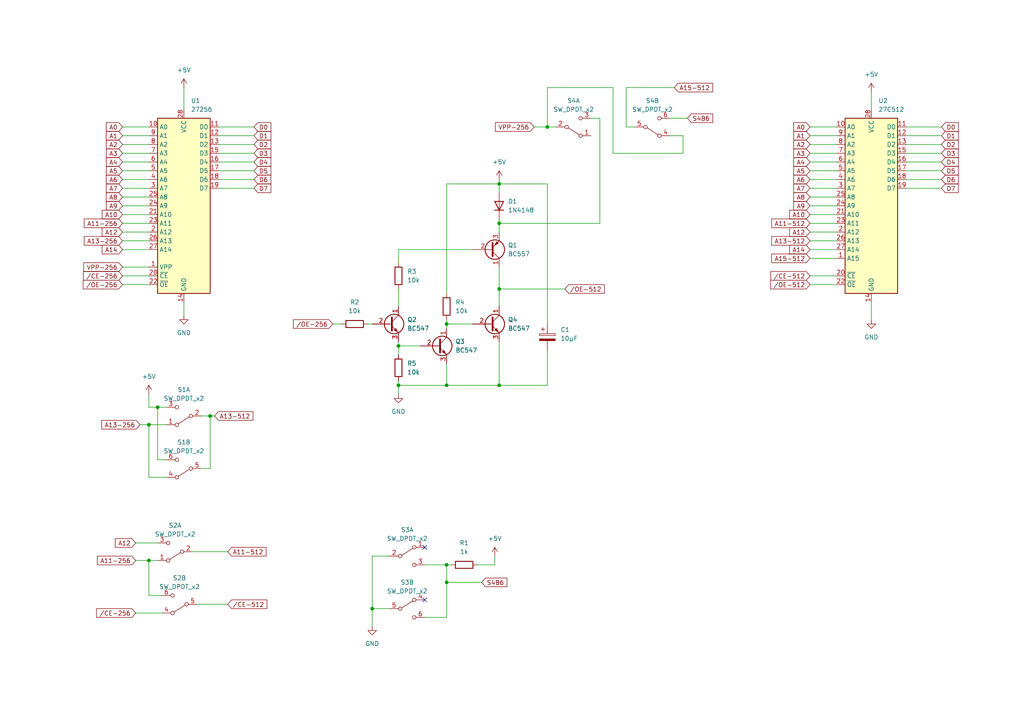
<source format=kicad_sch>
(kicad_sch (version 20211123) (generator eeschema)
  (paper "A4")
  (lib_symbols
    (symbol "Device:C_Polarized" (pin_numbers hide) (pin_names (offset 0.254))
      (property "Reference" "C" (at 0.635 2.54 0))
      (property "Value" "C_Polarized" (at 0.635 -2.54 0))
      (symbol "C_Polarized_0_1"
        (rectangle (start -2.286 0.508) (end 2.286 1.016))
        (polyline (pts (xy -1.778 2.286) (xy -0.762 2.286)))
        (polyline (pts (xy -1.27 2.794) (xy -1.27 1.778)))
        (rectangle (start 2.286 -0.508) (end -2.286 -1.016) (fill (type outline)))
      )
      (symbol "C_Polarized_1_1"
        (pin passive line (at 0 3.81 270) (length 2.794) (name "~") (number "1"))
        (pin passive line (at 0 -3.81 90) (length 2.794) (name "~") (number "2"))
      )
    )
    (symbol "Device:R" (pin_numbers hide) (pin_names (offset 0))
      (property "Reference" "R" (at 2.032 0 90))
      (property "Value" "R" (at 0 0 90))
      (symbol "R_0_1"
        (rectangle (start -1.016 -2.54) (end 1.016 2.54) (stroke (width 0.254)))
      )
      (symbol "R_1_1"
        (pin passive line (at 0 3.81 270) (length 1.27) (name "~") (number "1"))
        (pin passive line (at 0 -3.81 90) (length 1.27) (name "~") (number "2"))
      )
    )
    (symbol "Diode:1N4148" (pin_numbers hide) (pin_names (offset 1.016) hide)
      (property "Reference" "D" (at 0 2.54 0))
      (property "Value" "1N4148" (at 0 -2.54 0))
      (symbol "1N4148_0_1"
        (polyline (pts (xy -1.27 1.27) (xy -1.27 -1.27)) (stroke (width 0.254)))
        (polyline (pts (xy 1.27 0) (xy -1.27 0)))
        (polyline (pts (xy 1.27 1.27) (xy 1.27 -1.27) (xy -1.27 0) (xy 1.27 1.27)) (stroke (width 0.254)))
      )
      (symbol "1N4148_1_1"
        (pin passive line (at -3.81 0 0) (length 2.54) (name "K") (number "1"))
        (pin passive line (at 3.81 0 180) (length 2.54) (name "A") (number "2"))
      )
    )
    (symbol "Memory_EPROM:27256"
      (property "Reference" "U" (at -7.62 26.67 0))
      (property "Value" "27256" (at 2.54 -26.67 0))
      (symbol "27256_1_1"
        (rectangle (start -7.62 25.4) (end 7.62 -25.4) (stroke (width 0.254)) (fill (type background)))
        (pin input line (at -10.16 -17.78 0) (length 2.54) (name "VPP") (number "1"))
        (pin input line (at -10.16 22.86 0) (length 2.54) (name "A0") (number "10"))
        (pin tri_state line (at 10.16 22.86 180) (length 2.54) (name "D0") (number "11"))
        (pin tri_state line (at 10.16 20.32 180) (length 2.54) (name "D1") (number "12"))
        (pin tri_state line (at 10.16 17.78 180) (length 2.54) (name "D2") (number "13"))
        (pin power_in line (at 0 -27.94 90) (length 2.54) (name "GND") (number "14"))
        (pin tri_state line (at 10.16 15.24 180) (length 2.54) (name "D3") (number "15"))
        (pin tri_state line (at 10.16 12.7 180) (length 2.54) (name "D4") (number "16"))
        (pin tri_state line (at 10.16 10.16 180) (length 2.54) (name "D5") (number "17"))
        (pin tri_state line (at 10.16 7.62 180) (length 2.54) (name "D6") (number "18"))
        (pin tri_state line (at 10.16 5.08 180) (length 2.54) (name "D7") (number "19"))
        (pin input line (at -10.16 -7.62 0) (length 2.54) (name "A12") (number "2"))
        (pin input line (at -10.16 -20.32 0) (length 2.54) (name "~{CE}") (number "20"))
        (pin input line (at -10.16 -2.54 0) (length 2.54) (name "A10") (number "21"))
        (pin input line (at -10.16 -22.86 0) (length 2.54) (name "~{OE}") (number "22"))
        (pin input line (at -10.16 -5.08 0) (length 2.54) (name "A11") (number "23"))
        (pin input line (at -10.16 0 0) (length 2.54) (name "A9") (number "24"))
        (pin input line (at -10.16 2.54 0) (length 2.54) (name "A8") (number "25"))
        (pin input line (at -10.16 -10.16 0) (length 2.54) (name "A13") (number "26"))
        (pin input line (at -10.16 -12.7 0) (length 2.54) (name "A14") (number "27"))
        (pin power_in line (at 0 27.94 270) (length 2.54) (name "VCC") (number "28"))
        (pin input line (at -10.16 5.08 0) (length 2.54) (name "A7") (number "3"))
        (pin input line (at -10.16 7.62 0) (length 2.54) (name "A6") (number "4"))
        (pin input line (at -10.16 10.16 0) (length 2.54) (name "A5") (number "5"))
        (pin input line (at -10.16 12.7 0) (length 2.54) (name "A4") (number "6"))
        (pin input line (at -10.16 15.24 0) (length 2.54) (name "A3") (number "7"))
        (pin input line (at -10.16 17.78 0) (length 2.54) (name "A2") (number "8"))
        (pin input line (at -10.16 20.32 0) (length 2.54) (name "A1") (number "9"))
      )
    )
    (symbol "Memory_EPROM:27C512"
      (property "Reference" "U" (at -7.62 26.67 0))
      (property "Value" "27C512" (at 2.54 -26.67 0))
      (symbol "27C512_1_1"
        (rectangle (start -7.62 25.4) (end 7.62 -25.4) (stroke (width 0.254)) (fill (type background)))
        (pin input line (at -10.16 -15.24 0) (length 2.54) (name "A15") (number "1"))
        (pin input line (at -10.16 22.86 0) (length 2.54) (name "A0") (number "10"))
        (pin tri_state line (at 10.16 22.86 180) (length 2.54) (name "D0") (number "11"))
        (pin tri_state line (at 10.16 20.32 180) (length 2.54) (name "D1") (number "12"))
        (pin tri_state line (at 10.16 17.78 180) (length 2.54) (name "D2") (number "13"))
        (pin power_in line (at 0 -27.94 90) (length 2.54) (name "GND") (number "14"))
        (pin tri_state line (at 10.16 15.24 180) (length 2.54) (name "D3") (number "15"))
        (pin tri_state line (at 10.16 12.7 180) (length 2.54) (name "D4") (number "16"))
        (pin tri_state line (at 10.16 10.16 180) (length 2.54) (name "D5") (number "17"))
        (pin tri_state line (at 10.16 7.62 180) (length 2.54) (name "D6") (number "18"))
        (pin tri_state line (at 10.16 5.08 180) (length 2.54) (name "D7") (number "19"))
        (pin input line (at -10.16 -7.62 0) (length 2.54) (name "A12") (number "2"))
        (pin input line (at -10.16 -20.32 0) (length 2.54) (name "~{CE}") (number "20"))
        (pin input line (at -10.16 -2.54 0) (length 2.54) (name "A10") (number "21"))
        (pin input line (at -10.16 -22.86 0) (length 2.54) (name "~{OE}") (number "22"))
        (pin input line (at -10.16 -5.08 0) (length 2.54) (name "A11") (number "23"))
        (pin input line (at -10.16 0 0) (length 2.54) (name "A9") (number "24"))
        (pin input line (at -10.16 2.54 0) (length 2.54) (name "A8") (number "25"))
        (pin input line (at -10.16 -10.16 0) (length 2.54) (name "A13") (number "26"))
        (pin input line (at -10.16 -12.7 0) (length 2.54) (name "A14") (number "27"))
        (pin power_in line (at 0 27.94 270) (length 2.54) (name "VCC") (number "28"))
        (pin input line (at -10.16 5.08 0) (length 2.54) (name "A7") (number "3"))
        (pin input line (at -10.16 7.62 0) (length 2.54) (name "A6") (number "4"))
        (pin input line (at -10.16 10.16 0) (length 2.54) (name "A5") (number "5"))
        (pin input line (at -10.16 12.7 0) (length 2.54) (name "A4") (number "6"))
        (pin input line (at -10.16 15.24 0) (length 2.54) (name "A3") (number "7"))
        (pin input line (at -10.16 17.78 0) (length 2.54) (name "A2") (number "8"))
        (pin input line (at -10.16 20.32 0) (length 2.54) (name "A1") (number "9"))
      )
    )
    (symbol "Switch:SW_DPDT_x2" (pin_names (offset 0) hide)
      (property "Reference" "SW" (at 0 4.318 0))
      (property "Value" "SW_DPDT_x2" (at 0 -5.08 0))
      (symbol "SW_DPDT_x2_0_0"
        (circle (center -2.032 0) (radius 0.508))
        (circle (center 2.032 -2.54) (radius 0.508))
      )
      (symbol "SW_DPDT_x2_0_1"
        (polyline (pts (xy -1.524 0.254) (xy 1.651 2.286)))
        (circle (center 2.032 2.54) (radius 0.508))
      )
      (symbol "SW_DPDT_x2_1_1"
        (pin passive line (at 5.08 2.54 180) (length 2.54) (name "A") (number "1"))
        (pin passive line (at -5.08 0 0) (length 2.54) (name "B") (number "2"))
        (pin passive line (at 5.08 -2.54 180) (length 2.54) (name "C") (number "3"))
      )
      (symbol "SW_DPDT_x2_2_1"
        (pin passive line (at 5.08 2.54 180) (length 2.54) (name "A") (number "4"))
        (pin passive line (at -5.08 0 0) (length 2.54) (name "B") (number "5"))
        (pin passive line (at 5.08 -2.54 180) (length 2.54) (name "C") (number "6"))
      )
    )
    (symbol "Transistor_BJT:BC547" (pin_names (offset 0) hide)
      (property "Reference" "Q" (at 5.08 1.905 0))
      (property "Value" "BC547" (at 5.08 0 0))
      (symbol "BC547_0_1"
        (polyline (pts (xy 0 0) (xy 0.635 0)))
        (polyline (pts (xy 0.635 0.635) (xy 2.54 2.54)))
        (polyline (pts (xy 0.635 -0.635) (xy 2.54 -2.54) (xy 2.54 -2.54)))
        (polyline (pts (xy 0.635 1.905) (xy 0.635 -1.905) (xy 0.635 -1.905)) (stroke (width 0.508)))
        (polyline (pts (xy 1.27 -1.778) (xy 1.778 -1.27) (xy 2.286 -2.286) (xy 1.27 -1.778) (xy 1.27 -1.778)) (fill (type outline)))
        (circle (center 1.27 0) (radius 2.8194) (stroke (width 0.254)))
      )
      (symbol "BC547_1_1"
        (pin passive line (at 2.54 5.08 270) (length 2.54) (name "C") (number "1"))
        (pin input line (at -5.08 0 0) (length 5.08) (name "B") (number "2"))
        (pin passive line (at 2.54 -5.08 90) (length 2.54) (name "E") (number "3"))
      )
    )
    (symbol "Transistor_BJT:BC557" (pin_names (offset 0) hide)
      (property "Reference" "Q" (at 5.08 1.905 0))
      (property "Value" "BC557" (at 5.08 0 0))
      (symbol "BC557_0_1"
        (polyline (pts (xy 0.635 0.635) (xy 2.54 2.54)))
        (polyline (pts (xy 0.635 -0.635) (xy 2.54 -2.54) (xy 2.54 -2.54)))
        (polyline (pts (xy 0.635 1.905) (xy 0.635 -1.905) (xy 0.635 -1.905)) (stroke (width 0.508)))
        (polyline (pts (xy 2.286 -1.778) (xy 1.778 -2.286) (xy 1.27 -1.27) (xy 2.286 -1.778) (xy 2.286 -1.778)) (fill (type outline)))
        (circle (center 1.27 0) (radius 2.8194) (stroke (width 0.254)))
      )
      (symbol "BC557_1_1"
        (pin passive line (at 2.54 5.08 270) (length 2.54) (name "C") (number "1"))
        (pin input line (at -5.08 0 0) (length 5.715) (name "B") (number "2"))
        (pin passive line (at 2.54 -5.08 90) (length 2.54) (name "E") (number "3"))
      )
    )
    (symbol "power:+5V" (power) (pin_names (offset 0))
      (property "Value" "+5V" (at 0 3.556 0))
      (symbol "+5V_0_1"
        (polyline (pts (xy -0.762 1.27) (xy 0 2.54)))
        (polyline (pts (xy 0 0) (xy 0 2.54)))
        (polyline (pts (xy 0 2.54) (xy 0.762 1.27)))
      )
      (symbol "+5V_1_1"
        (pin power_in line (at 0 0 90) (length 0) hide (name "+5V") (number "1"))
      )
    )
    (symbol "power:GND" (power) (pin_names (offset 0))
      (property "Value" "GND" (at 0 -3.81 0))
      (symbol "GND_0_1"
        (polyline (pts (xy 0 0) (xy 0 -1.27) (xy 1.27 -1.27) (xy 0 -2.54) (xy -1.27 -1.27) (xy 0 -1.27)))
      )
      (symbol "GND_1_1"
        (pin power_in line (at 0 0 270) (length 0) hide (name "GND") (number "1"))
      )
    )
  )
  (junction (at 129.54 111.76))
  (junction (at 115.57 100.33))
  (junction (at 129.54 163.83))
  (junction (at 107.95 176.53))
  (junction (at 144.78 111.76))
  (junction (at 115.57 111.76))
  (junction (at 43.18 123.19))
  (junction (at 129.54 168.91))
  (junction (at 144.78 64.77))
  (junction (at 144.78 53.34))
  (junction (at 158.75 36.83))
  (junction (at 43.18 162.56))
  (junction (at 45.72 118.11))
  (junction (at 144.78 83.82))
  (junction (at 60.96 120.65))
  (junction (at 129.54 93.98))
  (no_connect (at 123.19 158.75))
  (no_connect (at 123.19 173.99))
  (wire (pts (xy 184.15 36.83) (xy 181.61 36.83)))
  (wire (pts (xy 35.56 57.15) (xy 43.18 57.15)))
  (wire (pts (xy 234.95 64.77) (xy 242.57 64.77)))
  (wire (pts (xy 35.56 77.47) (xy 43.18 77.47)))
  (wire (pts (xy 129.54 168.91) (xy 129.54 163.83)))
  (wire (pts (xy 129.54 92.71) (xy 129.54 93.98)))
  (wire (pts (xy 252.73 87.63) (xy 252.73 92.71)))
  (wire (pts (xy 40.64 123.19) (xy 43.18 123.19)))
  (wire (pts (xy 177.8 25.4) (xy 177.8 44.45)))
  (wire (pts (xy 234.95 67.31) (xy 242.57 67.31)))
  (wire (pts (xy 35.56 62.23) (xy 43.18 62.23)))
  (wire (pts (xy 158.75 101.6) (xy 158.75 111.76)))
  (wire (pts (xy 45.72 133.35) (xy 45.72 118.11)))
  (wire (pts (xy 45.72 118.11) (xy 48.26 118.11)))
  (wire (pts (xy 39.37 157.48) (xy 45.72 157.48)))
  (wire (pts (xy 262.89 44.45) (xy 273.05 44.45)))
  (wire (pts (xy 129.54 53.34) (xy 144.78 53.34)))
  (wire (pts (xy 234.95 69.85) (xy 242.57 69.85)))
  (wire (pts (xy 96.52 93.98) (xy 99.06 93.98)))
  (wire (pts (xy 35.56 72.39) (xy 43.18 72.39)))
  (wire (pts (xy 60.96 135.89) (xy 60.96 120.65)))
  (wire (pts (xy 234.95 39.37) (xy 242.57 39.37)))
  (wire (pts (xy 63.5 49.53) (xy 73.66 49.53)))
  (wire (pts (xy 129.54 85.09) (xy 129.54 53.34)))
  (wire (pts (xy 143.51 161.29) (xy 143.51 163.83)))
  (wire (pts (xy 194.31 39.37) (xy 198.12 39.37)))
  (wire (pts (xy 46.99 172.72) (xy 43.18 172.72)))
  (wire (pts (xy 35.56 54.61) (xy 43.18 54.61)))
  (wire (pts (xy 53.34 25.4) (xy 53.34 31.75)))
  (wire (pts (xy 173.99 34.29) (xy 173.99 64.77)))
  (wire (pts (xy 173.99 64.77) (xy 144.78 64.77)))
  (wire (pts (xy 154.94 36.83) (xy 158.75 36.83)))
  (wire (pts (xy 194.31 34.29) (xy 199.39 34.29)))
  (wire (pts (xy 181.61 36.83) (xy 181.61 25.4)))
  (wire (pts (xy 35.56 82.55) (xy 43.18 82.55)))
  (wire (pts (xy 107.95 176.53) (xy 107.95 161.29)))
  (wire (pts (xy 144.78 83.82) (xy 144.78 88.9)))
  (wire (pts (xy 35.56 49.53) (xy 43.18 49.53)))
  (wire (pts (xy 144.78 53.34) (xy 144.78 55.88)))
  (wire (pts (xy 35.56 59.69) (xy 43.18 59.69)))
  (wire (pts (xy 123.19 163.83) (xy 129.54 163.83)))
  (wire (pts (xy 137.16 72.39) (xy 115.57 72.39)))
  (wire (pts (xy 234.95 74.93) (xy 242.57 74.93)))
  (wire (pts (xy 113.03 161.29) (xy 107.95 161.29)))
  (wire (pts (xy 139.7 168.91) (xy 129.54 168.91)))
  (wire (pts (xy 113.03 176.53) (xy 107.95 176.53)))
  (wire (pts (xy 48.26 138.43) (xy 43.18 138.43)))
  (wire (pts (xy 129.54 93.98) (xy 137.16 93.98)))
  (wire (pts (xy 115.57 100.33) (xy 115.57 102.87)))
  (wire (pts (xy 234.95 62.23) (xy 242.57 62.23)))
  (wire (pts (xy 43.18 162.56) (xy 45.72 162.56)))
  (wire (pts (xy 262.89 41.91) (xy 273.05 41.91)))
  (wire (pts (xy 129.54 93.98) (xy 129.54 95.25)))
  (wire (pts (xy 123.19 179.07) (xy 129.54 179.07)))
  (wire (pts (xy 144.78 83.82) (xy 163.83 83.82)))
  (wire (pts (xy 39.37 177.8) (xy 46.99 177.8)))
  (wire (pts (xy 43.18 123.19) (xy 48.26 123.19)))
  (wire (pts (xy 43.18 114.3) (xy 43.18 118.11)))
  (wire (pts (xy 234.95 41.91) (xy 242.57 41.91)))
  (wire (pts (xy 234.95 59.69) (xy 242.57 59.69)))
  (wire (pts (xy 58.42 135.89) (xy 60.96 135.89)))
  (wire (pts (xy 63.5 41.91) (xy 73.66 41.91)))
  (wire (pts (xy 63.5 44.45) (xy 73.66 44.45)))
  (wire (pts (xy 234.95 72.39) (xy 242.57 72.39)))
  (wire (pts (xy 177.8 25.4) (xy 158.75 25.4)))
  (wire (pts (xy 60.96 120.65) (xy 62.23 120.65)))
  (wire (pts (xy 262.89 46.99) (xy 273.05 46.99)))
  (wire (pts (xy 115.57 111.76) (xy 115.57 114.3)))
  (wire (pts (xy 144.78 63.5) (xy 144.78 64.77)))
  (wire (pts (xy 35.56 80.01) (xy 43.18 80.01)))
  (wire (pts (xy 262.89 52.07) (xy 273.05 52.07)))
  (wire (pts (xy 144.78 64.77) (xy 144.78 67.31)))
  (wire (pts (xy 234.95 44.45) (xy 242.57 44.45)))
  (wire (pts (xy 234.95 82.55) (xy 242.57 82.55)))
  (wire (pts (xy 63.5 54.61) (xy 73.66 54.61)))
  (wire (pts (xy 115.57 83.82) (xy 115.57 88.9)))
  (wire (pts (xy 262.89 49.53) (xy 273.05 49.53)))
  (wire (pts (xy 144.78 77.47) (xy 144.78 83.82)))
  (wire (pts (xy 115.57 100.33) (xy 121.92 100.33)))
  (wire (pts (xy 107.95 176.53) (xy 107.95 181.61)))
  (wire (pts (xy 129.54 179.07) (xy 129.54 168.91)))
  (wire (pts (xy 57.15 175.26) (xy 66.04 175.26)))
  (wire (pts (xy 63.5 36.83) (xy 73.66 36.83)))
  (wire (pts (xy 35.56 67.31) (xy 43.18 67.31)))
  (wire (pts (xy 234.95 57.15) (xy 242.57 57.15)))
  (wire (pts (xy 35.56 44.45) (xy 43.18 44.45)))
  (wire (pts (xy 43.18 172.72) (xy 43.18 162.56)))
  (wire (pts (xy 129.54 163.83) (xy 130.81 163.83)))
  (wire (pts (xy 115.57 111.76) (xy 129.54 111.76)))
  (wire (pts (xy 234.95 49.53) (xy 242.57 49.53)))
  (wire (pts (xy 115.57 72.39) (xy 115.57 76.2)))
  (wire (pts (xy 158.75 25.4) (xy 158.75 36.83)))
  (wire (pts (xy 35.56 41.91) (xy 43.18 41.91)))
  (wire (pts (xy 35.56 46.99) (xy 43.18 46.99)))
  (wire (pts (xy 262.89 36.83) (xy 273.05 36.83)))
  (wire (pts (xy 198.12 39.37) (xy 198.12 44.45)))
  (wire (pts (xy 35.56 36.83) (xy 43.18 36.83)))
  (wire (pts (xy 48.26 133.35) (xy 45.72 133.35)))
  (wire (pts (xy 234.95 46.99) (xy 242.57 46.99)))
  (wire (pts (xy 144.78 52.07) (xy 144.78 53.34)))
  (wire (pts (xy 262.89 39.37) (xy 273.05 39.37)))
  (wire (pts (xy 158.75 36.83) (xy 161.29 36.83)))
  (wire (pts (xy 144.78 53.34) (xy 158.75 53.34)))
  (wire (pts (xy 115.57 110.49) (xy 115.57 111.76)))
  (wire (pts (xy 35.56 69.85) (xy 43.18 69.85)))
  (wire (pts (xy 234.95 36.83) (xy 242.57 36.83)))
  (wire (pts (xy 234.95 54.61) (xy 242.57 54.61)))
  (wire (pts (xy 129.54 105.41) (xy 129.54 111.76)))
  (wire (pts (xy 39.37 162.56) (xy 43.18 162.56)))
  (wire (pts (xy 234.95 52.07) (xy 242.57 52.07)))
  (wire (pts (xy 63.5 52.07) (xy 73.66 52.07)))
  (wire (pts (xy 35.56 64.77) (xy 43.18 64.77)))
  (wire (pts (xy 35.56 39.37) (xy 43.18 39.37)))
  (wire (pts (xy 262.89 54.61) (xy 273.05 54.61)))
  (wire (pts (xy 181.61 25.4) (xy 195.58 25.4)))
  (wire (pts (xy 171.45 34.29) (xy 173.99 34.29)))
  (wire (pts (xy 43.18 118.11) (xy 45.72 118.11)))
  (wire (pts (xy 115.57 99.06) (xy 115.57 100.33)))
  (wire (pts (xy 143.51 163.83) (xy 138.43 163.83)))
  (wire (pts (xy 158.75 93.98) (xy 158.75 53.34)))
  (wire (pts (xy 106.68 93.98) (xy 107.95 93.98)))
  (wire (pts (xy 129.54 111.76) (xy 144.78 111.76)))
  (wire (pts (xy 144.78 99.06) (xy 144.78 111.76)))
  (wire (pts (xy 252.73 26.67) (xy 252.73 31.75)))
  (wire (pts (xy 198.12 44.45) (xy 177.8 44.45)))
  (wire (pts (xy 234.95 80.01) (xy 242.57 80.01)))
  (wire (pts (xy 58.42 120.65) (xy 60.96 120.65)))
  (wire (pts (xy 53.34 87.63) (xy 53.34 91.44)))
  (wire (pts (xy 35.56 52.07) (xy 43.18 52.07)))
  (wire (pts (xy 158.75 111.76) (xy 144.78 111.76)))
  (wire (pts (xy 55.88 160.02) (xy 66.04 160.02)))
  (wire (pts (xy 63.5 39.37) (xy 73.66 39.37)))
  (wire (pts (xy 43.18 138.43) (xy 43.18 123.19)))
  (wire (pts (xy 63.5 46.99) (xy 73.66 46.99)))
  (global_label "A12" (shape input) (at 35.56 67.31 180) (property "Referenzen zwischen Schaltplänen" "${INTERSHEET_REFS}" (effects hide)))
  (global_label "A11-512" (shape input) (at 66.04 160.02 0) (property "Referenzen zwischen Schaltplänen" "${INTERSHEET_REFS}" (effects hide)))
  (global_label "A15-512" (shape input) (at 234.95 74.93 180) (property "Referenzen zwischen Schaltplänen" "${INTERSHEET_REFS}" (effects hide)))
  (global_label "{slash}CE-256" (shape input) (at 39.37 177.8 180) (property "Referenzen zwischen Schaltplänen" "${INTERSHEET_REFS}" (effects hide)))
  (global_label "S4B6" (shape input) (at 139.7 168.91 0) (property "Referenzen zwischen Schaltplänen" "${INTERSHEET_REFS}" (effects hide)))
  (global_label "{slash}OE-256" (shape input) (at 35.56 82.55 180) (property "Referenzen zwischen Schaltplänen" "${INTERSHEET_REFS}" (effects hide)))
  (global_label "S4B6" (shape input) (at 199.39 34.29 0) (property "Referenzen zwischen Schaltplänen" "${INTERSHEET_REFS}" (effects hide)))
  (global_label "A6" (shape input) (at 234.95 52.07 180) (property "Referenzen zwischen Schaltplänen" "${INTERSHEET_REFS}" (effects hide)))
  (global_label "A6" (shape input) (at 35.56 52.07 180) (property "Referenzen zwischen Schaltplänen" "${INTERSHEET_REFS}" (effects hide)))
  (global_label "D1" (shape input) (at 73.66 39.37 0) (property "Referenzen zwischen Schaltplänen" "${INTERSHEET_REFS}" (effects hide)))
  (global_label "A8" (shape input) (at 35.56 57.15 180) (property "Referenzen zwischen Schaltplänen" "${INTERSHEET_REFS}" (effects hide)))
  (global_label "D4" (shape input) (at 273.05 46.99 0) (property "Referenzen zwischen Schaltplänen" "${INTERSHEET_REFS}" (effects hide)))
  (global_label "D3" (shape input) (at 73.66 44.45 0) (property "Referenzen zwischen Schaltplänen" "${INTERSHEET_REFS}" (effects hide)))
  (global_label "A11-512" (shape input) (at 234.95 64.77 180) (property "Referenzen zwischen Schaltplänen" "${INTERSHEET_REFS}" (effects hide)))
  (global_label "A14" (shape input) (at 35.56 72.39 180) (property "Referenzen zwischen Schaltplänen" "${INTERSHEET_REFS}" (effects hide)))
  (global_label "A1" (shape input) (at 35.56 39.37 180) (property "Referenzen zwischen Schaltplänen" "${INTERSHEET_REFS}" (effects hide)))
  (global_label "A14" (shape input) (at 234.95 72.39 180) (property "Referenzen zwischen Schaltplänen" "${INTERSHEET_REFS}" (effects hide)))
  (global_label "A4" (shape input) (at 234.95 46.99 180) (property "Referenzen zwischen Schaltplänen" "${INTERSHEET_REFS}" (effects hide)))
  (global_label "A13-256" (shape input) (at 40.64 123.19 180) (property "Referenzen zwischen Schaltplänen" "${INTERSHEET_REFS}" (effects hide)))
  (global_label "{slash}CE-512" (shape input) (at 234.95 80.01 180) (property "Referenzen zwischen Schaltplänen" "${INTERSHEET_REFS}" (effects hide)))
  (global_label "D5" (shape input) (at 73.66 49.53 0) (property "Referenzen zwischen Schaltplänen" "${INTERSHEET_REFS}" (effects hide)))
  (global_label "A3" (shape input) (at 35.56 44.45 180) (property "Referenzen zwischen Schaltplänen" "${INTERSHEET_REFS}" (effects hide)))
  (global_label "A2" (shape input) (at 35.56 41.91 180) (property "Referenzen zwischen Schaltplänen" "${INTERSHEET_REFS}" (effects hide)))
  (global_label "A13-512" (shape input) (at 234.95 69.85 180) (property "Referenzen zwischen Schaltplänen" "${INTERSHEET_REFS}" (effects hide)))
  (global_label "D5" (shape input) (at 273.05 49.53 0) (property "Referenzen zwischen Schaltplänen" "${INTERSHEET_REFS}" (effects hide)))
  (global_label "A8" (shape input) (at 234.95 57.15 180) (property "Referenzen zwischen Schaltplänen" "${INTERSHEET_REFS}" (effects hide)))
  (global_label "{slash}CE-256" (shape input) (at 35.56 80.01 180) (property "Referenzen zwischen Schaltplänen" "${INTERSHEET_REFS}" (effects hide)))
  (global_label "D2" (shape input) (at 273.05 41.91 0) (property "Referenzen zwischen Schaltplänen" "${INTERSHEET_REFS}" (effects hide)))
  (global_label "D1" (shape input) (at 273.05 39.37 0) (property "Referenzen zwischen Schaltplänen" "${INTERSHEET_REFS}" (effects hide)))
  (global_label "D0" (shape input) (at 273.05 36.83 0) (property "Referenzen zwischen Schaltplänen" "${INTERSHEET_REFS}" (effects hide)))
  (global_label "A13-256" (shape input) (at 35.56 69.85 180) (property "Referenzen zwischen Schaltplänen" "${INTERSHEET_REFS}" (effects hide)))
  (global_label "A3" (shape input) (at 234.95 44.45 180) (property "Referenzen zwischen Schaltplänen" "${INTERSHEET_REFS}" (effects hide)))
  (global_label "D7" (shape input) (at 73.66 54.61 0) (property "Referenzen zwischen Schaltplänen" "${INTERSHEET_REFS}" (effects hide)))
  (global_label "{slash}OE-512" (shape input) (at 163.83 83.82 0) (property "Referenzen zwischen Schaltplänen" "${INTERSHEET_REFS}" (effects hide)))
  (global_label "A9" (shape input) (at 35.56 59.69 180) (property "Referenzen zwischen Schaltplänen" "${INTERSHEET_REFS}" (effects hide)))
  (global_label "D2" (shape input) (at 73.66 41.91 0) (property "Referenzen zwischen Schaltplänen" "${INTERSHEET_REFS}" (effects hide)))
  (global_label "A10" (shape input) (at 234.95 62.23 180) (property "Referenzen zwischen Schaltplänen" "${INTERSHEET_REFS}" (effects hide)))
  (global_label "D6" (shape input) (at 73.66 52.07 0) (property "Referenzen zwischen Schaltplänen" "${INTERSHEET_REFS}" (effects hide)))
  (global_label "A9" (shape input) (at 234.95 59.69 180) (property "Referenzen zwischen Schaltplänen" "${INTERSHEET_REFS}" (effects hide)))
  (global_label "A12" (shape input) (at 39.37 157.48 180) (property "Referenzen zwischen Schaltplänen" "${INTERSHEET_REFS}" (effects hide)))
  (global_label "A0" (shape input) (at 35.56 36.83 180) (property "Referenzen zwischen Schaltplänen" "${INTERSHEET_REFS}" (effects hide)))
  (global_label "A7" (shape input) (at 234.95 54.61 180) (property "Referenzen zwischen Schaltplänen" "${INTERSHEET_REFS}" (effects hide)))
  (global_label "D7" (shape input) (at 273.05 54.61 0) (property "Referenzen zwischen Schaltplänen" "${INTERSHEET_REFS}" (effects hide)))
  (global_label "A1" (shape input) (at 234.95 39.37 180) (property "Referenzen zwischen Schaltplänen" "${INTERSHEET_REFS}" (effects hide)))
  (global_label "A12" (shape input) (at 234.95 67.31 180) (property "Referenzen zwischen Schaltplänen" "${INTERSHEET_REFS}" (effects hide)))
  (global_label "VPP-256" (shape input) (at 35.56 77.47 180) (property "Referenzen zwischen Schaltplänen" "${INTERSHEET_REFS}" (effects hide)))
  (global_label "A5" (shape input) (at 234.95 49.53 180) (property "Referenzen zwischen Schaltplänen" "${INTERSHEET_REFS}" (effects hide)))
  (global_label "A15-512" (shape input) (at 195.58 25.4 0) (property "Referenzen zwischen Schaltplänen" "${INTERSHEET_REFS}" (effects hide)))
  (global_label "A11-256" (shape input) (at 39.37 162.56 180) (property "Referenzen zwischen Schaltplänen" "${INTERSHEET_REFS}" (effects hide)))
  (global_label "A4" (shape input) (at 35.56 46.99 180) (property "Referenzen zwischen Schaltplänen" "${INTERSHEET_REFS}" (effects hide)))
  (global_label "{slash}OE-512" (shape input) (at 234.95 82.55 180) (property "Referenzen zwischen Schaltplänen" "${INTERSHEET_REFS}" (effects hide)))
  (global_label "A5" (shape input) (at 35.56 49.53 180) (property "Referenzen zwischen Schaltplänen" "${INTERSHEET_REFS}" (effects hide)))
  (global_label "{slash}CE-512" (shape input) (at 66.04 175.26 0) (property "Referenzen zwischen Schaltplänen" "${INTERSHEET_REFS}" (effects hide)))
  (global_label "VPP-256" (shape input) (at 154.94 36.83 180) (property "Referenzen zwischen Schaltplänen" "${INTERSHEET_REFS}" (effects hide)))
  (global_label "D3" (shape input) (at 273.05 44.45 0) (property "Referenzen zwischen Schaltplänen" "${INTERSHEET_REFS}" (effects hide)))
  (global_label "A10" (shape input) (at 35.56 62.23 180) (property "Referenzen zwischen Schaltplänen" "${INTERSHEET_REFS}" (effects hide)))
  (global_label "D0" (shape input) (at 73.66 36.83 0) (property "Referenzen zwischen Schaltplänen" "${INTERSHEET_REFS}" (effects hide)))
  (global_label "{slash}OE-256" (shape input) (at 96.52 93.98 180) (property "Referenzen zwischen Schaltplänen" "${INTERSHEET_REFS}" (effects hide)))
  (global_label "D6" (shape input) (at 273.05 52.07 0) (property "Referenzen zwischen Schaltplänen" "${INTERSHEET_REFS}" (effects hide)))
  (global_label "A13-512" (shape input) (at 62.23 120.65 0) (property "Referenzen zwischen Schaltplänen" "${INTERSHEET_REFS}" (effects hide)))
  (global_label "A7" (shape input) (at 35.56 54.61 180) (property "Referenzen zwischen Schaltplänen" "${INTERSHEET_REFS}" (effects hide)))
  (global_label "A0" (shape input) (at 234.95 36.83 180) (property "Referenzen zwischen Schaltplänen" "${INTERSHEET_REFS}" (effects hide)))
  (global_label "A11-256" (shape input) (at 35.56 64.77 180) (property "Referenzen zwischen Schaltplänen" "${INTERSHEET_REFS}" (effects hide)))
  (global_label "A2" (shape input) (at 234.95 41.91 180) (property "Referenzen zwischen Schaltplänen" "${INTERSHEET_REFS}" (effects hide)))
  (global_label "D4" (shape input) (at 73.66 46.99 0) (property "Referenzen zwischen Schaltplänen" "${INTERSHEET_REFS}" (effects hide)))
  (symbol (lib_id "Transistor_BJT:BC547") (at 127 100.33 0) (unit 1)
    (property "Reference" "Q3" (at 132.08 99.0599 0) (effects (justify left)))
    (property "Value" "BC547" (at 132.08 101.5999 0) (effects (justify left)))
    (property "Footprint" "Package_TO_SOT_THT:TO-92_Inline" (effects hide))
    (property "Datasheet" "https://www.onsemi.com/pub/Collateral/BC550-D.pdf" (effects hide))
  )
  (symbol (lib_id "Transistor_BJT:BC557") (at 142.24 72.39 0) (mirror x) (unit 1)
    (property "Reference" "Q1" (at 147.32 71.1199 0) (effects (justify left)))
    (property "Value" "BC557" (at 147.32 73.6599 0) (effects (justify left)))
    (property "Footprint" "Package_TO_SOT_THT:TO-92_Inline" (effects hide))
    (property "Datasheet" "https://www.onsemi.com/pub/Collateral/BC556BTA-D.pdf" (effects hide))
  )
  (symbol (lib_id "Switch:SW_DPDT_x2") (at 118.11 176.53 0) (unit 2)
    (property "Reference" "S3" (at 118.11 168.91 0))
    (property "Value" "SW_DPDT_x2" (at 118.11 171.45 0))
    (property "Footprint" "Button_Switch_THT:SW_E-Switch_EG1271_DPDT_neu" (effects hide))
  )
  (symbol (lib_id "power:GND") (at 53.34 91.44 0) (unit 1)
    (property "Reference" "#PWR0102" (effects hide))
    (property "Value" "GND" (at 53.34 96.52 0))
  )
  (symbol (lib_id "Transistor_BJT:BC547") (at 142.24 93.98 0) (unit 1)
    (property "Reference" "Q4" (at 147.32 92.7099 0) (effects (justify left)))
    (property "Value" "BC547" (at 147.32 95.2499 0) (effects (justify left)))
    (property "Footprint" "Package_TO_SOT_THT:TO-92_Inline" (effects hide))
    (property "Datasheet" "https://www.onsemi.com/pub/Collateral/BC550-D.pdf" (effects hide))
  )
  (symbol (lib_id "power:+5V") (at 144.78 52.07 0) (unit 1)
    (property "Reference" "#PWR0109" (effects hide))
    (property "Value" "+5V" (at 144.78 46.99 0))
  )
  (symbol (lib_id "Device:C_Polarized") (at 158.75 97.79 0) (unit 1)
    (property "Reference" "C1" (at 162.56 95.6309 0) (effects (justify left)))
    (property "Value" "10µF" (at 162.56 98.1709 0) (effects (justify left)))
    (property "Footprint" "Capacitor_THT:CP_Radial_D6.3mm_P2.50mm" (effects hide))
  )
  (symbol (lib_id "Device:R") (at 102.87 93.98 270) (unit 1)
    (property "Reference" "R2" (at 102.87 87.63 90))
    (property "Value" "10k" (at 102.87 90.17 90))
    (property "Footprint" "Resistor_THT:R_Axial_DIN0207_L6.3mm_D2.5mm_P10.16mm_Horizontal" (effects hide))
  )
  (symbol (lib_id "power:+5V") (at 143.51 161.29 0) (unit 1)
    (property "Reference" "#PWR0106" (effects hide))
    (property "Value" "+5V" (at 143.51 156.21 0))
  )
  (symbol (lib_id "power:+5V") (at 53.34 25.4 0) (unit 1)
    (property "Reference" "#PWR0101" (effects hide))
    (property "Value" "+5V" (at 53.34 20.32 0))
  )
  (symbol (lib_id "Device:R") (at 129.54 88.9 0) (unit 1)
    (property "Reference" "R4" (at 132.08 87.6299 0) (effects (justify left)))
    (property "Value" "10k" (at 132.08 90.1699 0) (effects (justify left)))
    (property "Footprint" "Resistor_THT:R_Axial_DIN0207_L6.3mm_D2.5mm_P10.16mm_Horizontal" (effects hide))
  )
  (symbol (lib_id "Switch:SW_DPDT_x2") (at 53.34 135.89 180) (unit 2)
    (property "Reference" "S1" (at 53.34 128.27 0))
    (property "Value" "SW_DPDT_x2" (at 53.34 130.81 0))
    (property "Footprint" "Button_Switch_THT:SW_E-Switch_EG1271_DPDT_neu" (effects hide))
  )
  (symbol (lib_id "Memory_EPROM:27C512") (at 252.73 59.69 0) (unit 1)
    (property "Reference" "U2" (at 254.7494 29.21 0) (effects (justify left)))
    (property "Value" "27C512" (at 254.7494 31.75 0) (effects (justify left)))
    (property "Footprint" "Socket:DIP_Socket-28_W11.9_W12.7_W15.24_W17.78_W18.5_3M_228-1277-00-0602J-neu" (effects hide))
    (property "Datasheet" "http://ww1.microchip.com/downloads/en/DeviceDoc/doc0015.pdf" (effects hide))
  )
  (symbol (lib_id "Memory_EPROM:27256") (at 53.34 59.69 0) (unit 1)
    (property "Reference" "U1" (at 55.3594 29.21 0) (effects (justify left)))
    (property "Value" "27256" (at 55.3594 31.75 0) (effects (justify left)))
    (property "Footprint" "Package_DIP:DIP-28_W15.24mm_Socket_LongPads" (effects hide))
    (property "Datasheet" "http://datasheet.octopart.com/D27256-2-Intel-datasheet-17852618.pdf" (effects hide))
  )
  (symbol (lib_id "Switch:SW_DPDT_x2") (at 52.07 175.26 180) (unit 2)
    (property "Reference" "S2" (at 52.07 167.64 0))
    (property "Value" "SW_DPDT_x2" (at 52.07 170.18 0))
    (property "Footprint" "Button_Switch_THT:SW_E-Switch_EG1271_DPDT_neu" (effects hide))
  )
  (symbol (lib_id "Device:R") (at 134.62 163.83 90) (unit 1)
    (property "Reference" "R1" (at 134.62 157.48 90))
    (property "Value" "1k" (at 134.62 160.02 90))
    (property "Footprint" "Resistor_THT:R_Axial_DIN0207_L6.3mm_D2.5mm_P10.16mm_Horizontal" (effects hide))
  )
  (symbol (lib_id "power:GND") (at 115.57 114.3 0) (unit 1)
    (property "Reference" "#PWR0103" (effects hide))
    (property "Value" "GND" (at 115.57 119.38 0))
  )
  (symbol (lib_id "Device:R") (at 115.57 80.01 0) (unit 1)
    (property "Reference" "R3" (at 118.11 78.7399 0) (effects (justify left)))
    (property "Value" "10k" (at 118.11 81.2799 0) (effects (justify left)))
    (property "Footprint" "Resistor_THT:R_Axial_DIN0207_L6.3mm_D2.5mm_P10.16mm_Horizontal" (effects hide))
  )
  (symbol (lib_id "Device:R") (at 115.57 106.68 0) (unit 1)
    (property "Reference" "R5" (at 118.11 105.4099 0) (effects (justify left)))
    (property "Value" "10k" (at 118.11 107.9499 0) (effects (justify left)))
    (property "Footprint" "Resistor_THT:R_Axial_DIN0207_L6.3mm_D2.5mm_P10.16mm_Horizontal" (effects hide))
  )
  (symbol (lib_id "Diode:1N4148") (at 144.78 59.69 90) (unit 1)
    (property "Reference" "D1" (at 147.32 58.4199 90) (effects (justify right)))
    (property "Value" "1N4148" (at 147.32 60.9599 90) (effects (justify right)))
    (property "Footprint" "Diode_THT:D_DO-35_SOD27_P7.62mm_Horizontal" (effects hide))
    (property "Datasheet" "https://assets.nexperia.com/documents/data-sheet/1N4148_1N4448.pdf" (effects hide))
  )
  (symbol (lib_id "Switch:SW_DPDT_x2") (at 50.8 160.02 180) (unit 1)
    (property "Reference" "S2" (at 50.8 152.4 0))
    (property "Value" "SW_DPDT_x2" (at 50.8 154.94 0))
    (property "Footprint" "Button_Switch_THT:SW_E-Switch_EG1271_DPDT_neu" (effects hide))
  )
  (symbol (lib_id "power:GND") (at 107.95 181.61 0) (unit 1)
    (property "Reference" "#PWR0107" (effects hide))
    (property "Value" "GND" (at 107.95 186.69 0))
  )
  (symbol (lib_id "power:+5V") (at 252.73 26.67 0) (unit 1)
    (property "Reference" "#PWR0104" (effects hide))
    (property "Value" "+5V" (at 252.73 21.59 0))
  )
  (symbol (lib_id "power:GND") (at 252.73 92.71 0) (unit 1)
    (property "Reference" "#PWR0108" (effects hide))
    (property "Value" "GND" (at 252.73 97.79 0))
  )
  (symbol (lib_id "power:+5V") (at 43.18 114.3 0) (unit 1)
    (property "Reference" "#PWR0105" (effects hide))
    (property "Value" "+5V" (at 43.18 109.22 0))
  )
  (symbol (lib_id "Switch:SW_DPDT_x2") (at 166.37 36.83 0) (mirror x) (unit 1)
    (property "Reference" "S4" (at 166.37 29.21 0))
    (property "Value" "SW_DPDT_x2" (at 166.37 31.75 0))
    (property "Footprint" "Button_Switch_THT:SW_E-Switch_EG1271_DPDT_neu" (effects hide))
  )
  (symbol (lib_id "Switch:SW_DPDT_x2") (at 118.11 161.29 0) (unit 1)
    (property "Reference" "S3" (at 118.11 153.67 0))
    (property "Value" "SW_DPDT_x2" (at 118.11 156.21 0))
    (property "Footprint" "Button_Switch_THT:SW_E-Switch_EG1271_DPDT_neu" (effects hide))
  )
  (symbol (lib_id "Switch:SW_DPDT_x2") (at 53.34 120.65 180) (unit 1)
    (property "Reference" "S1" (at 53.34 113.03 0))
    (property "Value" "SW_DPDT_x2" (at 53.34 115.57 0))
    (property "Footprint" "Button_Switch_THT:SW_E-Switch_EG1271_DPDT_neu" (effects hide))
  )
  (symbol (lib_id "Transistor_BJT:BC547") (at 113.03 93.98 0) (unit 1)
    (property "Reference" "Q2" (at 118.11 92.7099 0) (effects (justify left)))
    (property "Value" "BC547" (at 118.11 95.2499 0) (effects (justify left)))
    (property "Footprint" "Package_TO_SOT_THT:TO-92_Inline" (effects hide))
    (property "Datasheet" "https://www.onsemi.com/pub/Collateral/BC550-D.pdf" (effects hide))
  )
  (symbol (lib_id "Switch:SW_DPDT_x2") (at 189.23 36.83 0) (mirror x) (unit 2)
    (property "Reference" "S4" (at 189.23 29.21 0))
    (property "Value" "SW_DPDT_x2" (at 189.23 31.75 0))
    (property "Footprint" "Button_Switch_THT:SW_E-Switch_EG1271_DPDT_neu" (effects hide))
  )
)
</source>
